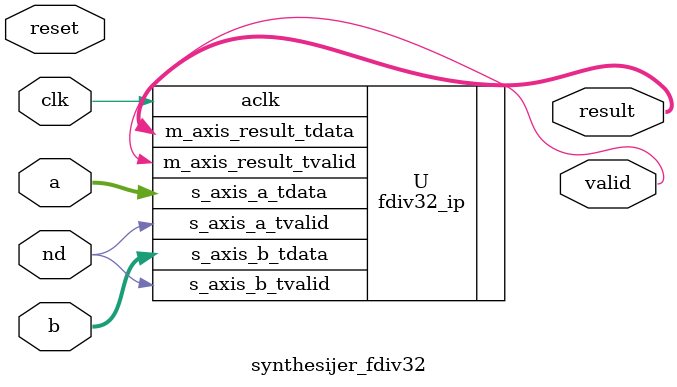
<source format=v>
`default_nettype none

module synthesijer_fdiv32
  (
   input wire 	      clk,
   input wire 	      reset,
   input wire [31:0]  a,
   input wire [31:0]  b,
   input wire 	      nd,
   output wire [31:0] result,
   output wire 	      valid
   );

   fdiv32_ip U(.aclk(clk),
	       .s_axis_a_tdata(a),
	       .s_axis_a_tvalid(nd),
	       .s_axis_b_tdata(b),
	       .s_axis_b_tvalid(nd),
	       .m_axis_result_tvalid(valid),
	       .m_axis_result_tdata(result)
	       );
   
endmodule // synthesijer_fdiv32

`default_nettype wire

</source>
